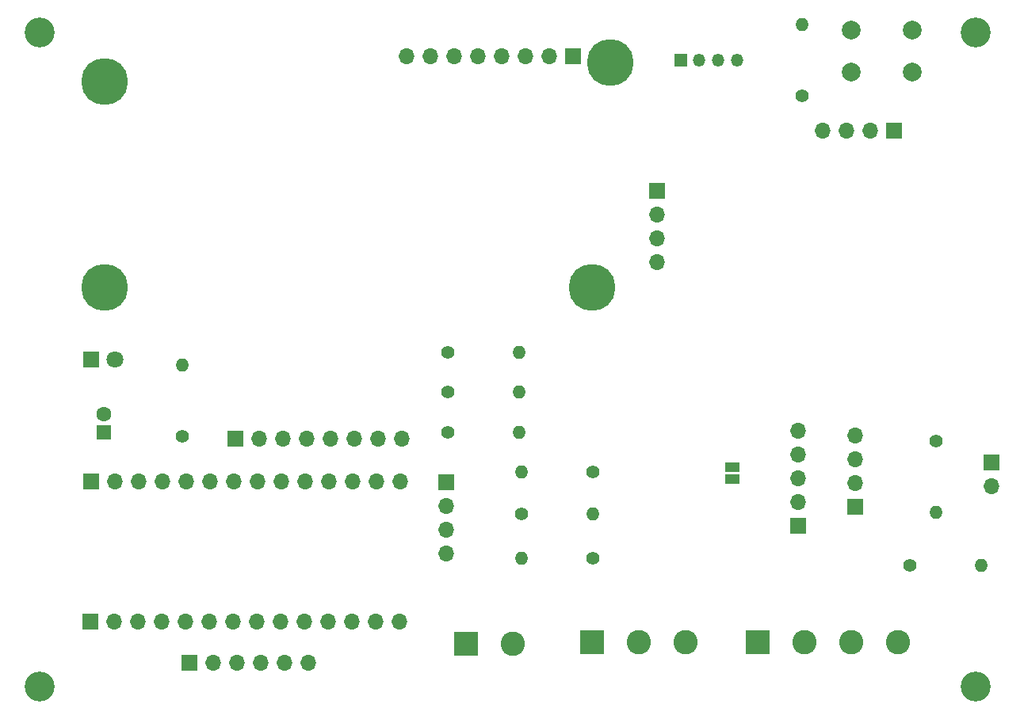
<source format=gbr>
%TF.GenerationSoftware,KiCad,Pcbnew,8.0.6-8.0.6-0~ubuntu24.04.1*%
%TF.CreationDate,2025-03-25T09:16:13-04:00*%
%TF.ProjectId,mesh-depth,6d657368-2d64-4657-9074-682e6b696361,rev?*%
%TF.SameCoordinates,Original*%
%TF.FileFunction,Soldermask,Bot*%
%TF.FilePolarity,Negative*%
%FSLAX46Y46*%
G04 Gerber Fmt 4.6, Leading zero omitted, Abs format (unit mm)*
G04 Created by KiCad (PCBNEW 8.0.6-8.0.6-0~ubuntu24.04.1) date 2025-03-25 09:16:13*
%MOMM*%
%LPD*%
G01*
G04 APERTURE LIST*
%ADD10R,2.600000X2.600000*%
%ADD11C,2.600000*%
%ADD12O,1.350000X1.350000*%
%ADD13R,1.350000X1.350000*%
%ADD14O,1.700000X1.700000*%
%ADD15R,1.700000X1.700000*%
%ADD16C,1.400000*%
%ADD17O,1.400000X1.400000*%
%ADD18R,1.800000X1.800000*%
%ADD19C,1.800000*%
%ADD20C,3.200000*%
%ADD21C,2.000000*%
%ADD22R,1.600000X1.600000*%
%ADD23C,1.600000*%
%ADD24C,5.000000*%
%ADD25R,1.500000X1.000000*%
G04 APERTURE END LIST*
D10*
%TO.C,J2*%
X45600000Y-65400000D03*
D11*
X50600000Y-65400000D03*
%TD*%
D12*
%TO.C,U2*%
X74500000Y-3000000D03*
X72500000Y-3000000D03*
X70500000Y-3000000D03*
D13*
X68500000Y-3000000D03*
%TD*%
D14*
%TO.C,J10*%
X83690000Y-10500000D03*
X86230000Y-10500000D03*
X88770000Y-10500000D03*
D15*
X91310000Y-10500000D03*
%TD*%
%TO.C,U1*%
X81050000Y-52800000D03*
D14*
X81050000Y-50260000D03*
X81050000Y-47720000D03*
X81050000Y-45180000D03*
X81050000Y-42640000D03*
%TD*%
D16*
%TO.C,R19*%
X59120000Y-56250000D03*
D17*
X51500000Y-56250000D03*
%TD*%
D18*
%TO.C,D1*%
X5500000Y-35000000D03*
D19*
X8040000Y-35000000D03*
%TD*%
D16*
%TO.C,R6*%
X51500000Y-51500000D03*
D17*
X59120000Y-51500000D03*
%TD*%
D20*
%TO.C,H4*%
X0Y-70000000D03*
%TD*%
D21*
%TO.C,SW1*%
X86750000Y250000D03*
X93250000Y250000D03*
X86750000Y-4250000D03*
X93250000Y-4250000D03*
%TD*%
D10*
%TO.C,J1*%
X59000000Y-65250000D03*
D11*
X64000000Y-65250000D03*
X69000000Y-65250000D03*
%TD*%
D22*
%TO.C,C2*%
X6900000Y-42800000D03*
D23*
X6900000Y-40800000D03*
%TD*%
D20*
%TO.C,H2*%
X100000000Y-70000000D03*
%TD*%
%TO.C,H1*%
X100000000Y0D03*
%TD*%
D17*
%TO.C,R17*%
X100620000Y-57000000D03*
D16*
X93000000Y-57000000D03*
%TD*%
%TO.C,R13*%
X59120000Y-47000000D03*
D17*
X51500000Y-47000000D03*
%TD*%
D15*
%TO.C,J6*%
X101750000Y-45960000D03*
D14*
X101750000Y-48500000D03*
%TD*%
D20*
%TO.C,H3*%
X0Y0D03*
%TD*%
D14*
%TO.C,J3*%
X87110000Y-43130000D03*
X87110000Y-45670000D03*
X87110000Y-48210000D03*
D15*
X87110000Y-50750000D03*
%TD*%
%TO.C,J8*%
X43500000Y-48130000D03*
D14*
X43500000Y-50670000D03*
X43500000Y-53210000D03*
X43500000Y-55750000D03*
%TD*%
D16*
%TO.C,R7*%
X15300000Y-43200000D03*
D17*
X15300000Y-35580000D03*
%TD*%
D16*
%TO.C,R12*%
X43665000Y-34250000D03*
D17*
X51285000Y-34250000D03*
%TD*%
D15*
%TO.C,A2*%
X5480000Y-63035000D03*
D14*
X8020000Y-63035000D03*
X10560000Y-63035000D03*
X13100000Y-63035000D03*
X15640000Y-63035000D03*
X18180000Y-63035000D03*
X20720000Y-63035000D03*
X23260000Y-63035000D03*
X25800000Y-63035000D03*
X28340000Y-63035000D03*
X30880000Y-63035000D03*
X33420000Y-63035000D03*
X35960000Y-63035000D03*
X38500000Y-63035000D03*
X38530000Y-48000000D03*
X35990000Y-48000000D03*
X33450000Y-48000000D03*
X30910000Y-48000000D03*
X28370000Y-48000000D03*
X25830000Y-48000000D03*
X23290000Y-48000000D03*
X20750000Y-48000000D03*
X18210000Y-48000000D03*
X15670000Y-48000000D03*
X13130000Y-48000000D03*
X10590000Y-48000000D03*
X8050000Y-48000000D03*
D15*
X5510000Y-48000000D03*
%TD*%
D16*
%TO.C,R2*%
X95750000Y-43750000D03*
D17*
X95750000Y-51370000D03*
%TD*%
D10*
%TO.C,J7*%
X76750000Y-65250000D03*
D11*
X81750000Y-65250000D03*
X86750000Y-65250000D03*
X91750000Y-65250000D03*
%TD*%
D16*
%TO.C,R9*%
X43640000Y-38500000D03*
D17*
X51260000Y-38500000D03*
%TD*%
D15*
%TO.C,U3*%
X57000000Y-2550000D03*
D14*
X54460000Y-2550000D03*
X51920000Y-2550000D03*
X49380000Y-2550000D03*
X46840000Y-2550000D03*
X44300000Y-2550000D03*
X41760000Y-2550000D03*
X39220000Y-2550000D03*
D24*
X61000000Y-3250000D03*
X7000000Y-5250000D03*
X59000000Y-27250000D03*
X7000000Y-27250000D03*
%TD*%
D15*
%TO.C,J4*%
X66000000Y-17000000D03*
D14*
X66000000Y-19540000D03*
X66000000Y-22080000D03*
X66000000Y-24620000D03*
%TD*%
D16*
%TO.C,R4*%
X81500000Y-6810000D03*
D17*
X81500000Y810000D03*
%TD*%
D15*
%TO.C,J5*%
X16000000Y-67400000D03*
D14*
X18540000Y-67400000D03*
X21080000Y-67400000D03*
X23620000Y-67400000D03*
X26160000Y-67400000D03*
X28700000Y-67400000D03*
%TD*%
D15*
%TO.C,J9*%
X20970000Y-43465000D03*
D14*
X23510000Y-43465000D03*
X26050000Y-43465000D03*
X28590000Y-43465000D03*
X31130000Y-43465000D03*
X33670000Y-43465000D03*
X36210000Y-43465000D03*
X38750000Y-43465000D03*
%TD*%
D16*
%TO.C,R15*%
X43630000Y-42750000D03*
D17*
X51250000Y-42750000D03*
%TD*%
D25*
%TO.C,JP1*%
X74000000Y-47800000D03*
X74000000Y-46500000D03*
%TD*%
M02*

</source>
